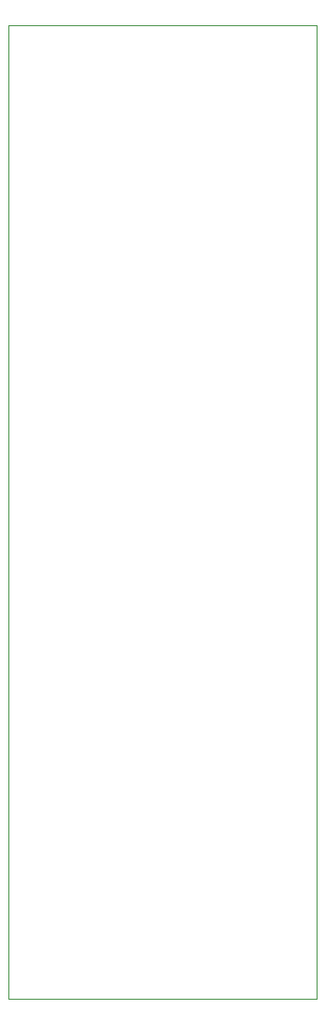
<source format=gbr>
%TF.GenerationSoftware,KiCad,Pcbnew,7.0.1*%
%TF.CreationDate,2023-04-24T00:42:08-07:00*%
%TF.ProjectId,TN9K_F18A,544e394b-5f46-4313-9841-2e6b69636164,rev?*%
%TF.SameCoordinates,Original*%
%TF.FileFunction,Profile,NP*%
%FSLAX46Y46*%
G04 Gerber Fmt 4.6, Leading zero omitted, Abs format (unit mm)*
G04 Created by KiCad (PCBNEW 7.0.1) date 2023-04-24 00:42:08*
%MOMM*%
%LPD*%
G01*
G04 APERTURE LIST*
%TA.AperFunction,Profile*%
%ADD10C,0.100000*%
%TD*%
G04 APERTURE END LIST*
D10*
X147320000Y-41275000D02*
X147320000Y-129540000D01*
X175260000Y-129540000D02*
X175260000Y-41275000D01*
X175260000Y-41275000D02*
X147320000Y-41275000D01*
X147320000Y-129540000D02*
X175260000Y-129540000D01*
M02*

</source>
